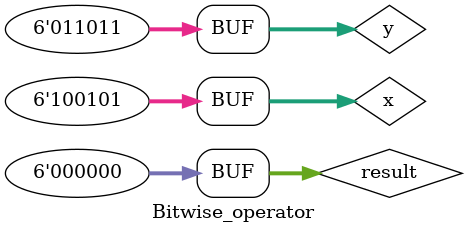
<source format=v>
module Bitwise_operator();
    reg [5:0] x=0;
	reg [5:0] y=0;
	reg [5:0] result=0;
	
	initial begin 
	  $monitor("print anyone variable changes x=%b,y=%b,result=%b" , x,y,result);
	  
	end
	
	initial begin
	  #1
	  x=6'b00_0101;
	  y=6'b11_0001;
	  result=x & y;
	  
	  #1;
	  //result = x ~& y;  reduction operators in Verilog (unary), not binary bitwise operators.
	  #1
	  result = ~(x & y);
	  #1
	  x= 6'b10_0101;
	  y=6'b01_1011;
	  result=x|y;
	  #1
	  result = ~(x|y);
	  
	  //result = x ~| y ;   reduction operators in Verilog (unary), not binary bitwise operators.
	  
	end 
endmodule
 
</source>
